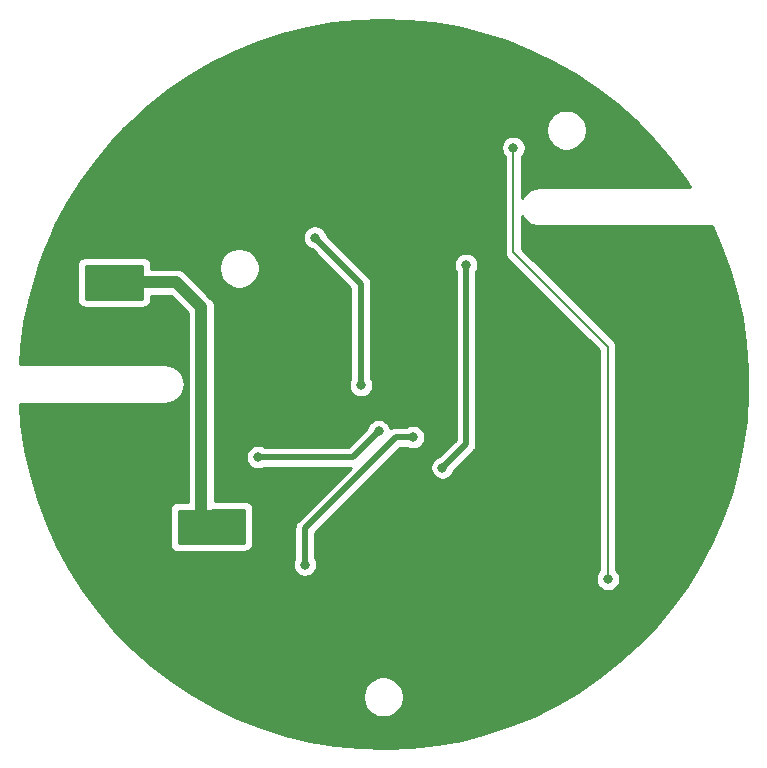
<source format=gbr>
G04 #@! TF.GenerationSoftware,KiCad,Pcbnew,5.1.5+dfsg1-2build2*
G04 #@! TF.CreationDate,2021-03-18T18:12:21+09:00*
G04 #@! TF.ProjectId,puck,7075636b-2e6b-4696-9361-645f70636258,rev?*
G04 #@! TF.SameCoordinates,Original*
G04 #@! TF.FileFunction,Copper,L2,Bot*
G04 #@! TF.FilePolarity,Positive*
%FSLAX46Y46*%
G04 Gerber Fmt 4.6, Leading zero omitted, Abs format (unit mm)*
G04 Created by KiCad (PCBNEW 5.1.5+dfsg1-2build2) date 2021-03-18 18:12:21*
%MOMM*%
%LPD*%
G04 APERTURE LIST*
%ADD10C,0.800000*%
%ADD11C,0.500000*%
%ADD12C,0.200000*%
%ADD13C,1.000000*%
%ADD14C,0.254000*%
G04 APERTURE END LIST*
D10*
X111550000Y-124900000D03*
X121750000Y-122700000D03*
X120250000Y-118800000D03*
X116350000Y-106300000D03*
X133150000Y-98700000D03*
X141150000Y-135200000D03*
X129150000Y-108619350D03*
X127150000Y-125774728D03*
X124650000Y-123200000D03*
X115500000Y-134000000D03*
X105350000Y-131500000D03*
X107500000Y-130000000D03*
X107500000Y-131500000D03*
X108500000Y-130750000D03*
X109500000Y-130000000D03*
X109500000Y-131500000D03*
X97350000Y-109100000D03*
X97350000Y-111100000D03*
X98350000Y-110100000D03*
X99350000Y-111100000D03*
X99350000Y-109100000D03*
X101350000Y-111100000D03*
X101350000Y-109100000D03*
X100350000Y-110100000D03*
X105350000Y-130000000D03*
X106450000Y-130800000D03*
X128650000Y-133700000D03*
X130650000Y-133700000D03*
X132650000Y-133700000D03*
X132650000Y-132200000D03*
X130650000Y-132200000D03*
X128650000Y-132200000D03*
X130650000Y-130700000D03*
X128650000Y-130700000D03*
X132650000Y-130700000D03*
X126150000Y-91450000D03*
X127650000Y-91450000D03*
X126900000Y-90200000D03*
X126150000Y-89200000D03*
X127650000Y-89200000D03*
X134400000Y-91200000D03*
X133150000Y-91200000D03*
X113150000Y-138700000D03*
X126150000Y-130700000D03*
X123650000Y-130700000D03*
X123650000Y-132700000D03*
X126150000Y-132700000D03*
X126150000Y-134700000D03*
X123650000Y-134700000D03*
X123650000Y-136700000D03*
X126150000Y-136700000D03*
X123650000Y-138700000D03*
X126150000Y-138700000D03*
X133150000Y-136700000D03*
X128150000Y-136700000D03*
X130650000Y-136700000D03*
X128150000Y-138700000D03*
X130650000Y-138700000D03*
X133150000Y-138700000D03*
X121150000Y-105200000D03*
X127650000Y-105200000D03*
X123150000Y-105200000D03*
X125650000Y-105200000D03*
X122150000Y-103700000D03*
X124650000Y-103700000D03*
X127150000Y-103700000D03*
X121150000Y-102200000D03*
X123150000Y-102200000D03*
X125650000Y-102200000D03*
X127650000Y-102200000D03*
X122150000Y-100700000D03*
X124650000Y-100700000D03*
X127150000Y-100700000D03*
X123150000Y-99200000D03*
X125650000Y-99200000D03*
X127650000Y-99200000D03*
X127150000Y-97700000D03*
X124650000Y-97700000D03*
X127650000Y-96200000D03*
X125650000Y-96200000D03*
X127150000Y-94700000D03*
X127650000Y-93200000D03*
X126150000Y-93200000D03*
X125650000Y-94700000D03*
X112400000Y-114250000D03*
X118650000Y-114250000D03*
X115650000Y-114250000D03*
X113900000Y-114250000D03*
X113950000Y-115600000D03*
X115650000Y-115700000D03*
X118650000Y-115700000D03*
X117150000Y-114250000D03*
X117150000Y-115700000D03*
X117150000Y-116950000D03*
X118650000Y-117200000D03*
D11*
X111550000Y-124900000D02*
X119550000Y-124900000D01*
X119550000Y-124900000D02*
X121750000Y-122700000D01*
X121750000Y-122700000D02*
X121750000Y-122700000D01*
X120250000Y-110200000D02*
X120250000Y-118800000D01*
X116350000Y-106300000D02*
X120250000Y-110200000D01*
D12*
X133150000Y-107550000D02*
X133150000Y-98700000D01*
X141150000Y-115550000D02*
X133150000Y-107550000D01*
X141150000Y-135200000D02*
X141150000Y-115550000D01*
D11*
X127549999Y-125374729D02*
X127150000Y-125774728D01*
X129150000Y-123774728D02*
X127549999Y-125374729D01*
X129150000Y-108619350D02*
X129150000Y-123774728D01*
X123225000Y-123200000D02*
X124650000Y-123200000D01*
X115500000Y-130925000D02*
X123225000Y-123200000D01*
X115500000Y-134000000D02*
X115500000Y-130925000D01*
D13*
X106750000Y-130500000D02*
X106450000Y-130800000D01*
X106750000Y-112221998D02*
X106750000Y-130500000D01*
X104628002Y-110100000D02*
X106750000Y-112221998D01*
X100350000Y-110100000D02*
X104628002Y-110100000D01*
D14*
G36*
X124204388Y-87928842D02*
G01*
X126345861Y-88147105D01*
X128466911Y-88514221D01*
X130557182Y-89028398D01*
X132606477Y-89687128D01*
X134604852Y-90487214D01*
X136542529Y-91424741D01*
X138410100Y-92495157D01*
X140198440Y-93693232D01*
X141898860Y-95013144D01*
X143503077Y-96448467D01*
X145003238Y-97992172D01*
X146392079Y-99636782D01*
X147663396Y-101375062D01*
X148084620Y-102040000D01*
X135335581Y-102040000D01*
X135302613Y-102043247D01*
X135289633Y-102043247D01*
X135280468Y-102044210D01*
X135086518Y-102065965D01*
X135028019Y-102078400D01*
X134969325Y-102090022D01*
X134960522Y-102092747D01*
X134774491Y-102151760D01*
X134719509Y-102175326D01*
X134664206Y-102198120D01*
X134656100Y-102202503D01*
X134485075Y-102296525D01*
X134435752Y-102330298D01*
X134385894Y-102363423D01*
X134378794Y-102369297D01*
X134229288Y-102494747D01*
X134187443Y-102537477D01*
X134144987Y-102579638D01*
X134139163Y-102586780D01*
X134016872Y-102738880D01*
X133984114Y-102788939D01*
X133950669Y-102838523D01*
X133946343Y-102846660D01*
X133885000Y-102963997D01*
X133885000Y-99428711D01*
X133953937Y-99359774D01*
X134067205Y-99190256D01*
X134145226Y-99001898D01*
X134185000Y-98801939D01*
X134185000Y-98598061D01*
X134145226Y-98398102D01*
X134067205Y-98209744D01*
X133953937Y-98040226D01*
X133809774Y-97896063D01*
X133640256Y-97782795D01*
X133451898Y-97704774D01*
X133251939Y-97665000D01*
X133048061Y-97665000D01*
X132848102Y-97704774D01*
X132659744Y-97782795D01*
X132490226Y-97896063D01*
X132346063Y-98040226D01*
X132232795Y-98209744D01*
X132154774Y-98398102D01*
X132115000Y-98598061D01*
X132115000Y-98801939D01*
X132154774Y-99001898D01*
X132232795Y-99190256D01*
X132346063Y-99359774D01*
X132415001Y-99428712D01*
X132415000Y-107513895D01*
X132411444Y-107550000D01*
X132425635Y-107694084D01*
X132467663Y-107832632D01*
X132535913Y-107960319D01*
X132627762Y-108072237D01*
X132655808Y-108095254D01*
X140415001Y-115854448D01*
X140415000Y-134471289D01*
X140346063Y-134540226D01*
X140232795Y-134709744D01*
X140154774Y-134898102D01*
X140115000Y-135098061D01*
X140115000Y-135301939D01*
X140154774Y-135501898D01*
X140232795Y-135690256D01*
X140346063Y-135859774D01*
X140490226Y-136003937D01*
X140659744Y-136117205D01*
X140848102Y-136195226D01*
X141048061Y-136235000D01*
X141251939Y-136235000D01*
X141451898Y-136195226D01*
X141640256Y-136117205D01*
X141809774Y-136003937D01*
X141953937Y-135859774D01*
X142067205Y-135690256D01*
X142145226Y-135501898D01*
X142185000Y-135301939D01*
X142185000Y-135098061D01*
X142145226Y-134898102D01*
X142067205Y-134709744D01*
X141953937Y-134540226D01*
X141885000Y-134471289D01*
X141885000Y-115586094D01*
X141888555Y-115549999D01*
X141885000Y-115513904D01*
X141885000Y-115513895D01*
X141874365Y-115405915D01*
X141832337Y-115267367D01*
X141764087Y-115139680D01*
X141672238Y-115027762D01*
X141644193Y-115004746D01*
X133885000Y-107245554D01*
X133885000Y-104437366D01*
X133958393Y-104573104D01*
X133991846Y-104622699D01*
X134024600Y-104672753D01*
X134030424Y-104679894D01*
X134154828Y-104830272D01*
X134197263Y-104872411D01*
X134239126Y-104915161D01*
X134246227Y-104921034D01*
X134397469Y-105044384D01*
X134447277Y-105077477D01*
X134496651Y-105111284D01*
X134504757Y-105115667D01*
X134677080Y-105207292D01*
X134732392Y-105230090D01*
X134787366Y-105253652D01*
X134796169Y-105256377D01*
X134983006Y-105312786D01*
X135041686Y-105324405D01*
X135100196Y-105336842D01*
X135109361Y-105337805D01*
X135303594Y-105356850D01*
X135303598Y-105356850D01*
X135335581Y-105360000D01*
X149942321Y-105360000D01*
X150664932Y-106953856D01*
X151414838Y-108971564D01*
X152022172Y-111036676D01*
X152483970Y-113139114D01*
X152797986Y-115268651D01*
X152962688Y-117414904D01*
X152977273Y-119567427D01*
X152841671Y-121715715D01*
X152556543Y-123849310D01*
X152123277Y-125957813D01*
X151543980Y-128030977D01*
X150821487Y-130058656D01*
X149959306Y-132031006D01*
X148961638Y-133938413D01*
X147833346Y-135771583D01*
X146579924Y-137521584D01*
X145207497Y-139179870D01*
X143722719Y-140738398D01*
X142132852Y-142189547D01*
X140445626Y-143526262D01*
X138669265Y-144742025D01*
X136812419Y-145830917D01*
X134884150Y-146787624D01*
X132893837Y-147607493D01*
X130851186Y-148286526D01*
X128766136Y-148821420D01*
X126648852Y-149209565D01*
X124509658Y-149449068D01*
X122358960Y-149538767D01*
X120207248Y-149478221D01*
X118065001Y-149267728D01*
X115942647Y-148908310D01*
X113850554Y-148401724D01*
X111798883Y-147750432D01*
X109797637Y-146957606D01*
X107856576Y-146027115D01*
X106100623Y-145029117D01*
X120415000Y-145029117D01*
X120415000Y-145370883D01*
X120481675Y-145706081D01*
X120612463Y-146021831D01*
X120802337Y-146305998D01*
X121044002Y-146547663D01*
X121328169Y-146737537D01*
X121643919Y-146868325D01*
X121979117Y-146935000D01*
X122320883Y-146935000D01*
X122656081Y-146868325D01*
X122971831Y-146737537D01*
X123255998Y-146547663D01*
X123497663Y-146305998D01*
X123687537Y-146021831D01*
X123818325Y-145706081D01*
X123885000Y-145370883D01*
X123885000Y-145029117D01*
X123818325Y-144693919D01*
X123687537Y-144378169D01*
X123497663Y-144094002D01*
X123255998Y-143852337D01*
X122971831Y-143662463D01*
X122656081Y-143531675D01*
X122320883Y-143465000D01*
X121979117Y-143465000D01*
X121643919Y-143531675D01*
X121328169Y-143662463D01*
X121044002Y-143852337D01*
X120802337Y-144094002D01*
X120612463Y-144378169D01*
X120481675Y-144693919D01*
X120415000Y-145029117D01*
X106100623Y-145029117D01*
X105985150Y-144963488D01*
X104192477Y-143771908D01*
X102487289Y-142458178D01*
X100877904Y-141028706D01*
X99372150Y-139490449D01*
X97977365Y-137850899D01*
X96700356Y-136118060D01*
X95547326Y-134300352D01*
X94523897Y-132406627D01*
X93635073Y-130446156D01*
X92885163Y-128428440D01*
X92277830Y-126363335D01*
X91816030Y-124260884D01*
X91502013Y-122131336D01*
X91366082Y-120360000D01*
X103698419Y-120360000D01*
X103731387Y-120356753D01*
X103744367Y-120356753D01*
X103753532Y-120355790D01*
X103947481Y-120334035D01*
X104005966Y-120321603D01*
X104064676Y-120309978D01*
X104073479Y-120307253D01*
X104259509Y-120248240D01*
X104314519Y-120224662D01*
X104369794Y-120201880D01*
X104377900Y-120197497D01*
X104548925Y-120103475D01*
X104598264Y-120069692D01*
X104648106Y-120036577D01*
X104655206Y-120030703D01*
X104804712Y-119905253D01*
X104846557Y-119862523D01*
X104889013Y-119820362D01*
X104894837Y-119813220D01*
X105017128Y-119661121D01*
X105049887Y-119611059D01*
X105083331Y-119561477D01*
X105087657Y-119553340D01*
X105178077Y-119380385D01*
X105200475Y-119324947D01*
X105223669Y-119269772D01*
X105226332Y-119260950D01*
X105281435Y-119073725D01*
X105292633Y-119015017D01*
X105304672Y-118956372D01*
X105305570Y-118947201D01*
X105323259Y-118752839D01*
X105322842Y-118693057D01*
X105323260Y-118633199D01*
X105322360Y-118624028D01*
X105301959Y-118429931D01*
X105289934Y-118371348D01*
X105278723Y-118312577D01*
X105276059Y-118303755D01*
X105218347Y-118117317D01*
X105195162Y-118062162D01*
X105172758Y-118006709D01*
X105168432Y-117998573D01*
X105075607Y-117826896D01*
X105042139Y-117777278D01*
X105009400Y-117727247D01*
X105003576Y-117720106D01*
X104879172Y-117569728D01*
X104836737Y-117527589D01*
X104794874Y-117484839D01*
X104787773Y-117478966D01*
X104636531Y-117355616D01*
X104586738Y-117322534D01*
X104537349Y-117288716D01*
X104529243Y-117284333D01*
X104356921Y-117192708D01*
X104301606Y-117169909D01*
X104246634Y-117146348D01*
X104237831Y-117143623D01*
X104050995Y-117087214D01*
X103992307Y-117075594D01*
X103933804Y-117063158D01*
X103924639Y-117062195D01*
X103730405Y-117043150D01*
X103730402Y-117043150D01*
X103698419Y-117040000D01*
X91371341Y-117040000D01*
X91469285Y-115572969D01*
X91762152Y-113440403D01*
X92203065Y-111333469D01*
X92789876Y-109262428D01*
X93028620Y-108600000D01*
X96223755Y-108600000D01*
X96223755Y-111600000D01*
X96235956Y-111723882D01*
X96272091Y-111843004D01*
X96330772Y-111952787D01*
X96409742Y-112049013D01*
X96505968Y-112127983D01*
X96615751Y-112186664D01*
X96734873Y-112222799D01*
X96858755Y-112235000D01*
X101858755Y-112235000D01*
X101982637Y-112222799D01*
X102101759Y-112186664D01*
X102211542Y-112127983D01*
X102307768Y-112049013D01*
X102386738Y-111952787D01*
X102445419Y-111843004D01*
X102481554Y-111723882D01*
X102493755Y-111600000D01*
X102493755Y-111235000D01*
X104157871Y-111235000D01*
X105615000Y-112692130D01*
X105615001Y-128657089D01*
X104694526Y-128665024D01*
X104576118Y-128677201D01*
X104456996Y-128713336D01*
X104347213Y-128772017D01*
X104250987Y-128850987D01*
X104172017Y-128947213D01*
X104113336Y-129056996D01*
X104077201Y-129176118D01*
X104065000Y-129300000D01*
X104065000Y-132300000D01*
X104078292Y-132429247D01*
X104115453Y-132548052D01*
X104175078Y-132657325D01*
X104254875Y-132752867D01*
X104351777Y-132831005D01*
X104462062Y-132888736D01*
X104581491Y-132923843D01*
X104705474Y-132934976D01*
X110505474Y-132884976D01*
X110623882Y-132872799D01*
X110743004Y-132836664D01*
X110852787Y-132777983D01*
X110949013Y-132699013D01*
X111027983Y-132602787D01*
X111086664Y-132493004D01*
X111122799Y-132373882D01*
X111135000Y-132250000D01*
X111135000Y-129250000D01*
X111121708Y-129120753D01*
X111084547Y-129001948D01*
X111024922Y-128892675D01*
X110945125Y-128797133D01*
X110848223Y-128718995D01*
X110737938Y-128661264D01*
X110618509Y-128626157D01*
X110494526Y-128615024D01*
X107885000Y-128637520D01*
X107885000Y-124798061D01*
X110515000Y-124798061D01*
X110515000Y-125001939D01*
X110554774Y-125201898D01*
X110632795Y-125390256D01*
X110746063Y-125559774D01*
X110890226Y-125703937D01*
X111059744Y-125817205D01*
X111248102Y-125895226D01*
X111448061Y-125935000D01*
X111651939Y-125935000D01*
X111851898Y-125895226D01*
X112040256Y-125817205D01*
X112088454Y-125785000D01*
X119388421Y-125785000D01*
X114904952Y-130268470D01*
X114871184Y-130296183D01*
X114843471Y-130329951D01*
X114843468Y-130329954D01*
X114760590Y-130430941D01*
X114678412Y-130584687D01*
X114627805Y-130751510D01*
X114610719Y-130925000D01*
X114615001Y-130968479D01*
X114615000Y-133461545D01*
X114582795Y-133509744D01*
X114504774Y-133698102D01*
X114465000Y-133898061D01*
X114465000Y-134101939D01*
X114504774Y-134301898D01*
X114582795Y-134490256D01*
X114696063Y-134659774D01*
X114840226Y-134803937D01*
X115009744Y-134917205D01*
X115198102Y-134995226D01*
X115398061Y-135035000D01*
X115601939Y-135035000D01*
X115801898Y-134995226D01*
X115990256Y-134917205D01*
X116159774Y-134803937D01*
X116303937Y-134659774D01*
X116417205Y-134490256D01*
X116495226Y-134301898D01*
X116535000Y-134101939D01*
X116535000Y-133898061D01*
X116495226Y-133698102D01*
X116417205Y-133509744D01*
X116385000Y-133461546D01*
X116385000Y-131291578D01*
X122003789Y-125672789D01*
X126115000Y-125672789D01*
X126115000Y-125876667D01*
X126154774Y-126076626D01*
X126232795Y-126264984D01*
X126346063Y-126434502D01*
X126490226Y-126578665D01*
X126659744Y-126691933D01*
X126848102Y-126769954D01*
X127048061Y-126809728D01*
X127251939Y-126809728D01*
X127451898Y-126769954D01*
X127640256Y-126691933D01*
X127809774Y-126578665D01*
X127953937Y-126434502D01*
X128067205Y-126264984D01*
X128145226Y-126076626D01*
X128156535Y-126019771D01*
X128206531Y-125969775D01*
X129745049Y-124431258D01*
X129778817Y-124403545D01*
X129839614Y-124329465D01*
X129885649Y-124273371D01*
X129889411Y-124268787D01*
X129971589Y-124115041D01*
X130022195Y-123948218D01*
X130035000Y-123818205D01*
X130035000Y-123818195D01*
X130039281Y-123774729D01*
X130035000Y-123731263D01*
X130035000Y-109157804D01*
X130067205Y-109109606D01*
X130145226Y-108921248D01*
X130185000Y-108721289D01*
X130185000Y-108517411D01*
X130145226Y-108317452D01*
X130067205Y-108129094D01*
X129953937Y-107959576D01*
X129809774Y-107815413D01*
X129640256Y-107702145D01*
X129451898Y-107624124D01*
X129251939Y-107584350D01*
X129048061Y-107584350D01*
X128848102Y-107624124D01*
X128659744Y-107702145D01*
X128490226Y-107815413D01*
X128346063Y-107959576D01*
X128232795Y-108129094D01*
X128154774Y-108317452D01*
X128115000Y-108517411D01*
X128115000Y-108721289D01*
X128154774Y-108921248D01*
X128232795Y-109109606D01*
X128265000Y-109157804D01*
X128265001Y-123408148D01*
X126954953Y-124718197D01*
X126904957Y-124768193D01*
X126848102Y-124779502D01*
X126659744Y-124857523D01*
X126490226Y-124970791D01*
X126346063Y-125114954D01*
X126232795Y-125284472D01*
X126154774Y-125472830D01*
X126115000Y-125672789D01*
X122003789Y-125672789D01*
X123591579Y-124085000D01*
X124111546Y-124085000D01*
X124159744Y-124117205D01*
X124348102Y-124195226D01*
X124548061Y-124235000D01*
X124751939Y-124235000D01*
X124951898Y-124195226D01*
X125140256Y-124117205D01*
X125309774Y-124003937D01*
X125453937Y-123859774D01*
X125567205Y-123690256D01*
X125645226Y-123501898D01*
X125685000Y-123301939D01*
X125685000Y-123098061D01*
X125645226Y-122898102D01*
X125567205Y-122709744D01*
X125453937Y-122540226D01*
X125309774Y-122396063D01*
X125140256Y-122282795D01*
X124951898Y-122204774D01*
X124751939Y-122165000D01*
X124548061Y-122165000D01*
X124348102Y-122204774D01*
X124159744Y-122282795D01*
X124111546Y-122315000D01*
X123268469Y-122315000D01*
X123225000Y-122310719D01*
X123181531Y-122315000D01*
X123181523Y-122315000D01*
X123051510Y-122327805D01*
X122884687Y-122378411D01*
X122769403Y-122440031D01*
X122755088Y-122447682D01*
X122745226Y-122398102D01*
X122667205Y-122209744D01*
X122553937Y-122040226D01*
X122409774Y-121896063D01*
X122240256Y-121782795D01*
X122051898Y-121704774D01*
X121851939Y-121665000D01*
X121648061Y-121665000D01*
X121448102Y-121704774D01*
X121259744Y-121782795D01*
X121090226Y-121896063D01*
X120946063Y-122040226D01*
X120832795Y-122209744D01*
X120754774Y-122398102D01*
X120743465Y-122454956D01*
X119183422Y-124015000D01*
X112088454Y-124015000D01*
X112040256Y-123982795D01*
X111851898Y-123904774D01*
X111651939Y-123865000D01*
X111448061Y-123865000D01*
X111248102Y-123904774D01*
X111059744Y-123982795D01*
X110890226Y-124096063D01*
X110746063Y-124240226D01*
X110632795Y-124409744D01*
X110554774Y-124598102D01*
X110515000Y-124798061D01*
X107885000Y-124798061D01*
X107885000Y-112277739D01*
X107890490Y-112221997D01*
X107885000Y-112166255D01*
X107885000Y-112166246D01*
X107868577Y-111999499D01*
X107803676Y-111785551D01*
X107698284Y-111588375D01*
X107556449Y-111415549D01*
X107513141Y-111380007D01*
X105469998Y-109336865D01*
X105434451Y-109293551D01*
X105261625Y-109151716D01*
X105064449Y-109046324D01*
X104850501Y-108981423D01*
X104683754Y-108965000D01*
X104683753Y-108965000D01*
X104628002Y-108959509D01*
X104572251Y-108965000D01*
X102493755Y-108965000D01*
X102493755Y-108729117D01*
X108215000Y-108729117D01*
X108215000Y-109070883D01*
X108281675Y-109406081D01*
X108412463Y-109721831D01*
X108602337Y-110005998D01*
X108844002Y-110247663D01*
X109128169Y-110437537D01*
X109443919Y-110568325D01*
X109779117Y-110635000D01*
X110120883Y-110635000D01*
X110456081Y-110568325D01*
X110771831Y-110437537D01*
X111055998Y-110247663D01*
X111297663Y-110005998D01*
X111487537Y-109721831D01*
X111618325Y-109406081D01*
X111685000Y-109070883D01*
X111685000Y-108729117D01*
X111618325Y-108393919D01*
X111487537Y-108078169D01*
X111297663Y-107794002D01*
X111055998Y-107552337D01*
X110771831Y-107362463D01*
X110456081Y-107231675D01*
X110120883Y-107165000D01*
X109779117Y-107165000D01*
X109443919Y-107231675D01*
X109128169Y-107362463D01*
X108844002Y-107552337D01*
X108602337Y-107794002D01*
X108412463Y-108078169D01*
X108281675Y-108393919D01*
X108215000Y-108729117D01*
X102493755Y-108729117D01*
X102493755Y-108600000D01*
X102481554Y-108476118D01*
X102445419Y-108356996D01*
X102386738Y-108247213D01*
X102307768Y-108150987D01*
X102211542Y-108072017D01*
X102101759Y-108013336D01*
X101982637Y-107977201D01*
X101858755Y-107965000D01*
X96858755Y-107965000D01*
X96734873Y-107977201D01*
X96615751Y-108013336D01*
X96505968Y-108072017D01*
X96409742Y-108150987D01*
X96330772Y-108247213D01*
X96272091Y-108356996D01*
X96235956Y-108476118D01*
X96223755Y-108600000D01*
X93028620Y-108600000D01*
X93519733Y-107237347D01*
X93978536Y-106198061D01*
X115315000Y-106198061D01*
X115315000Y-106401939D01*
X115354774Y-106601898D01*
X115432795Y-106790256D01*
X115546063Y-106959774D01*
X115690226Y-107103937D01*
X115859744Y-107217205D01*
X116048102Y-107295226D01*
X116104957Y-107306535D01*
X119365000Y-110566579D01*
X119365001Y-118261544D01*
X119332795Y-118309744D01*
X119254774Y-118498102D01*
X119215000Y-118698061D01*
X119215000Y-118901939D01*
X119254774Y-119101898D01*
X119332795Y-119290256D01*
X119446063Y-119459774D01*
X119590226Y-119603937D01*
X119759744Y-119717205D01*
X119948102Y-119795226D01*
X120148061Y-119835000D01*
X120351939Y-119835000D01*
X120551898Y-119795226D01*
X120740256Y-119717205D01*
X120909774Y-119603937D01*
X121053937Y-119459774D01*
X121167205Y-119290256D01*
X121245226Y-119101898D01*
X121285000Y-118901939D01*
X121285000Y-118698061D01*
X121245226Y-118498102D01*
X121167205Y-118309744D01*
X121135000Y-118261546D01*
X121135000Y-110243469D01*
X121139281Y-110200000D01*
X121135000Y-110156531D01*
X121135000Y-110156523D01*
X121122195Y-110026510D01*
X121071589Y-109859687D01*
X120989411Y-109705941D01*
X120962411Y-109673042D01*
X120906532Y-109604953D01*
X120906530Y-109604951D01*
X120878817Y-109571183D01*
X120845050Y-109543472D01*
X117356535Y-106054957D01*
X117345226Y-105998102D01*
X117267205Y-105809744D01*
X117153937Y-105640226D01*
X117009774Y-105496063D01*
X116840256Y-105382795D01*
X116651898Y-105304774D01*
X116451939Y-105265000D01*
X116248061Y-105265000D01*
X116048102Y-105304774D01*
X115859744Y-105382795D01*
X115690226Y-105496063D01*
X115546063Y-105640226D01*
X115432795Y-105809744D01*
X115354774Y-105998102D01*
X115315000Y-106198061D01*
X93978536Y-106198061D01*
X94389063Y-105268133D01*
X95393650Y-103364344D01*
X96528585Y-101535276D01*
X97788347Y-99789831D01*
X99166812Y-98136495D01*
X100229477Y-97029117D01*
X135915000Y-97029117D01*
X135915000Y-97370883D01*
X135981675Y-97706081D01*
X136112463Y-98021831D01*
X136302337Y-98305998D01*
X136544002Y-98547663D01*
X136828169Y-98737537D01*
X137143919Y-98868325D01*
X137479117Y-98935000D01*
X137820883Y-98935000D01*
X138156081Y-98868325D01*
X138471831Y-98737537D01*
X138755998Y-98547663D01*
X138997663Y-98305998D01*
X139187537Y-98021831D01*
X139318325Y-97706081D01*
X139385000Y-97370883D01*
X139385000Y-97029117D01*
X139318325Y-96693919D01*
X139187537Y-96378169D01*
X138997663Y-96094002D01*
X138755998Y-95852337D01*
X138471831Y-95662463D01*
X138156081Y-95531675D01*
X137820883Y-95465000D01*
X137479117Y-95465000D01*
X137143919Y-95531675D01*
X136828169Y-95662463D01*
X136544002Y-95852337D01*
X136302337Y-96094002D01*
X136112463Y-96378169D01*
X135981675Y-96693919D01*
X135915000Y-97029117D01*
X100229477Y-97029117D01*
X100657226Y-96583370D01*
X102252360Y-95137985D01*
X103944431Y-93807392D01*
X105725196Y-92598075D01*
X107585992Y-91515918D01*
X109517731Y-90566205D01*
X111511018Y-89753555D01*
X113556135Y-89081929D01*
X115643117Y-88554600D01*
X117761808Y-88174136D01*
X119901877Y-87942390D01*
X122052894Y-87860493D01*
X124204388Y-87928842D01*
G37*
X124204388Y-87928842D02*
X126345861Y-88147105D01*
X128466911Y-88514221D01*
X130557182Y-89028398D01*
X132606477Y-89687128D01*
X134604852Y-90487214D01*
X136542529Y-91424741D01*
X138410100Y-92495157D01*
X140198440Y-93693232D01*
X141898860Y-95013144D01*
X143503077Y-96448467D01*
X145003238Y-97992172D01*
X146392079Y-99636782D01*
X147663396Y-101375062D01*
X148084620Y-102040000D01*
X135335581Y-102040000D01*
X135302613Y-102043247D01*
X135289633Y-102043247D01*
X135280468Y-102044210D01*
X135086518Y-102065965D01*
X135028019Y-102078400D01*
X134969325Y-102090022D01*
X134960522Y-102092747D01*
X134774491Y-102151760D01*
X134719509Y-102175326D01*
X134664206Y-102198120D01*
X134656100Y-102202503D01*
X134485075Y-102296525D01*
X134435752Y-102330298D01*
X134385894Y-102363423D01*
X134378794Y-102369297D01*
X134229288Y-102494747D01*
X134187443Y-102537477D01*
X134144987Y-102579638D01*
X134139163Y-102586780D01*
X134016872Y-102738880D01*
X133984114Y-102788939D01*
X133950669Y-102838523D01*
X133946343Y-102846660D01*
X133885000Y-102963997D01*
X133885000Y-99428711D01*
X133953937Y-99359774D01*
X134067205Y-99190256D01*
X134145226Y-99001898D01*
X134185000Y-98801939D01*
X134185000Y-98598061D01*
X134145226Y-98398102D01*
X134067205Y-98209744D01*
X133953937Y-98040226D01*
X133809774Y-97896063D01*
X133640256Y-97782795D01*
X133451898Y-97704774D01*
X133251939Y-97665000D01*
X133048061Y-97665000D01*
X132848102Y-97704774D01*
X132659744Y-97782795D01*
X132490226Y-97896063D01*
X132346063Y-98040226D01*
X132232795Y-98209744D01*
X132154774Y-98398102D01*
X132115000Y-98598061D01*
X132115000Y-98801939D01*
X132154774Y-99001898D01*
X132232795Y-99190256D01*
X132346063Y-99359774D01*
X132415001Y-99428712D01*
X132415000Y-107513895D01*
X132411444Y-107550000D01*
X132425635Y-107694084D01*
X132467663Y-107832632D01*
X132535913Y-107960319D01*
X132627762Y-108072237D01*
X132655808Y-108095254D01*
X140415001Y-115854448D01*
X140415000Y-134471289D01*
X140346063Y-134540226D01*
X140232795Y-134709744D01*
X140154774Y-134898102D01*
X140115000Y-135098061D01*
X140115000Y-135301939D01*
X140154774Y-135501898D01*
X140232795Y-135690256D01*
X140346063Y-135859774D01*
X140490226Y-136003937D01*
X140659744Y-136117205D01*
X140848102Y-136195226D01*
X141048061Y-136235000D01*
X141251939Y-136235000D01*
X141451898Y-136195226D01*
X141640256Y-136117205D01*
X141809774Y-136003937D01*
X141953937Y-135859774D01*
X142067205Y-135690256D01*
X142145226Y-135501898D01*
X142185000Y-135301939D01*
X142185000Y-135098061D01*
X142145226Y-134898102D01*
X142067205Y-134709744D01*
X141953937Y-134540226D01*
X141885000Y-134471289D01*
X141885000Y-115586094D01*
X141888555Y-115549999D01*
X141885000Y-115513904D01*
X141885000Y-115513895D01*
X141874365Y-115405915D01*
X141832337Y-115267367D01*
X141764087Y-115139680D01*
X141672238Y-115027762D01*
X141644193Y-115004746D01*
X133885000Y-107245554D01*
X133885000Y-104437366D01*
X133958393Y-104573104D01*
X133991846Y-104622699D01*
X134024600Y-104672753D01*
X134030424Y-104679894D01*
X134154828Y-104830272D01*
X134197263Y-104872411D01*
X134239126Y-104915161D01*
X134246227Y-104921034D01*
X134397469Y-105044384D01*
X134447277Y-105077477D01*
X134496651Y-105111284D01*
X134504757Y-105115667D01*
X134677080Y-105207292D01*
X134732392Y-105230090D01*
X134787366Y-105253652D01*
X134796169Y-105256377D01*
X134983006Y-105312786D01*
X135041686Y-105324405D01*
X135100196Y-105336842D01*
X135109361Y-105337805D01*
X135303594Y-105356850D01*
X135303598Y-105356850D01*
X135335581Y-105360000D01*
X149942321Y-105360000D01*
X150664932Y-106953856D01*
X151414838Y-108971564D01*
X152022172Y-111036676D01*
X152483970Y-113139114D01*
X152797986Y-115268651D01*
X152962688Y-117414904D01*
X152977273Y-119567427D01*
X152841671Y-121715715D01*
X152556543Y-123849310D01*
X152123277Y-125957813D01*
X151543980Y-128030977D01*
X150821487Y-130058656D01*
X149959306Y-132031006D01*
X148961638Y-133938413D01*
X147833346Y-135771583D01*
X146579924Y-137521584D01*
X145207497Y-139179870D01*
X143722719Y-140738398D01*
X142132852Y-142189547D01*
X140445626Y-143526262D01*
X138669265Y-144742025D01*
X136812419Y-145830917D01*
X134884150Y-146787624D01*
X132893837Y-147607493D01*
X130851186Y-148286526D01*
X128766136Y-148821420D01*
X126648852Y-149209565D01*
X124509658Y-149449068D01*
X122358960Y-149538767D01*
X120207248Y-149478221D01*
X118065001Y-149267728D01*
X115942647Y-148908310D01*
X113850554Y-148401724D01*
X111798883Y-147750432D01*
X109797637Y-146957606D01*
X107856576Y-146027115D01*
X106100623Y-145029117D01*
X120415000Y-145029117D01*
X120415000Y-145370883D01*
X120481675Y-145706081D01*
X120612463Y-146021831D01*
X120802337Y-146305998D01*
X121044002Y-146547663D01*
X121328169Y-146737537D01*
X121643919Y-146868325D01*
X121979117Y-146935000D01*
X122320883Y-146935000D01*
X122656081Y-146868325D01*
X122971831Y-146737537D01*
X123255998Y-146547663D01*
X123497663Y-146305998D01*
X123687537Y-146021831D01*
X123818325Y-145706081D01*
X123885000Y-145370883D01*
X123885000Y-145029117D01*
X123818325Y-144693919D01*
X123687537Y-144378169D01*
X123497663Y-144094002D01*
X123255998Y-143852337D01*
X122971831Y-143662463D01*
X122656081Y-143531675D01*
X122320883Y-143465000D01*
X121979117Y-143465000D01*
X121643919Y-143531675D01*
X121328169Y-143662463D01*
X121044002Y-143852337D01*
X120802337Y-144094002D01*
X120612463Y-144378169D01*
X120481675Y-144693919D01*
X120415000Y-145029117D01*
X106100623Y-145029117D01*
X105985150Y-144963488D01*
X104192477Y-143771908D01*
X102487289Y-142458178D01*
X100877904Y-141028706D01*
X99372150Y-139490449D01*
X97977365Y-137850899D01*
X96700356Y-136118060D01*
X95547326Y-134300352D01*
X94523897Y-132406627D01*
X93635073Y-130446156D01*
X92885163Y-128428440D01*
X92277830Y-126363335D01*
X91816030Y-124260884D01*
X91502013Y-122131336D01*
X91366082Y-120360000D01*
X103698419Y-120360000D01*
X103731387Y-120356753D01*
X103744367Y-120356753D01*
X103753532Y-120355790D01*
X103947481Y-120334035D01*
X104005966Y-120321603D01*
X104064676Y-120309978D01*
X104073479Y-120307253D01*
X104259509Y-120248240D01*
X104314519Y-120224662D01*
X104369794Y-120201880D01*
X104377900Y-120197497D01*
X104548925Y-120103475D01*
X104598264Y-120069692D01*
X104648106Y-120036577D01*
X104655206Y-120030703D01*
X104804712Y-119905253D01*
X104846557Y-119862523D01*
X104889013Y-119820362D01*
X104894837Y-119813220D01*
X105017128Y-119661121D01*
X105049887Y-119611059D01*
X105083331Y-119561477D01*
X105087657Y-119553340D01*
X105178077Y-119380385D01*
X105200475Y-119324947D01*
X105223669Y-119269772D01*
X105226332Y-119260950D01*
X105281435Y-119073725D01*
X105292633Y-119015017D01*
X105304672Y-118956372D01*
X105305570Y-118947201D01*
X105323259Y-118752839D01*
X105322842Y-118693057D01*
X105323260Y-118633199D01*
X105322360Y-118624028D01*
X105301959Y-118429931D01*
X105289934Y-118371348D01*
X105278723Y-118312577D01*
X105276059Y-118303755D01*
X105218347Y-118117317D01*
X105195162Y-118062162D01*
X105172758Y-118006709D01*
X105168432Y-117998573D01*
X105075607Y-117826896D01*
X105042139Y-117777278D01*
X105009400Y-117727247D01*
X105003576Y-117720106D01*
X104879172Y-117569728D01*
X104836737Y-117527589D01*
X104794874Y-117484839D01*
X104787773Y-117478966D01*
X104636531Y-117355616D01*
X104586738Y-117322534D01*
X104537349Y-117288716D01*
X104529243Y-117284333D01*
X104356921Y-117192708D01*
X104301606Y-117169909D01*
X104246634Y-117146348D01*
X104237831Y-117143623D01*
X104050995Y-117087214D01*
X103992307Y-117075594D01*
X103933804Y-117063158D01*
X103924639Y-117062195D01*
X103730405Y-117043150D01*
X103730402Y-117043150D01*
X103698419Y-117040000D01*
X91371341Y-117040000D01*
X91469285Y-115572969D01*
X91762152Y-113440403D01*
X92203065Y-111333469D01*
X92789876Y-109262428D01*
X93028620Y-108600000D01*
X96223755Y-108600000D01*
X96223755Y-111600000D01*
X96235956Y-111723882D01*
X96272091Y-111843004D01*
X96330772Y-111952787D01*
X96409742Y-112049013D01*
X96505968Y-112127983D01*
X96615751Y-112186664D01*
X96734873Y-112222799D01*
X96858755Y-112235000D01*
X101858755Y-112235000D01*
X101982637Y-112222799D01*
X102101759Y-112186664D01*
X102211542Y-112127983D01*
X102307768Y-112049013D01*
X102386738Y-111952787D01*
X102445419Y-111843004D01*
X102481554Y-111723882D01*
X102493755Y-111600000D01*
X102493755Y-111235000D01*
X104157871Y-111235000D01*
X105615000Y-112692130D01*
X105615001Y-128657089D01*
X104694526Y-128665024D01*
X104576118Y-128677201D01*
X104456996Y-128713336D01*
X104347213Y-128772017D01*
X104250987Y-128850987D01*
X104172017Y-128947213D01*
X104113336Y-129056996D01*
X104077201Y-129176118D01*
X104065000Y-129300000D01*
X104065000Y-132300000D01*
X104078292Y-132429247D01*
X104115453Y-132548052D01*
X104175078Y-132657325D01*
X104254875Y-132752867D01*
X104351777Y-132831005D01*
X104462062Y-132888736D01*
X104581491Y-132923843D01*
X104705474Y-132934976D01*
X110505474Y-132884976D01*
X110623882Y-132872799D01*
X110743004Y-132836664D01*
X110852787Y-132777983D01*
X110949013Y-132699013D01*
X111027983Y-132602787D01*
X111086664Y-132493004D01*
X111122799Y-132373882D01*
X111135000Y-132250000D01*
X111135000Y-129250000D01*
X111121708Y-129120753D01*
X111084547Y-129001948D01*
X111024922Y-128892675D01*
X110945125Y-128797133D01*
X110848223Y-128718995D01*
X110737938Y-128661264D01*
X110618509Y-128626157D01*
X110494526Y-128615024D01*
X107885000Y-128637520D01*
X107885000Y-124798061D01*
X110515000Y-124798061D01*
X110515000Y-125001939D01*
X110554774Y-125201898D01*
X110632795Y-125390256D01*
X110746063Y-125559774D01*
X110890226Y-125703937D01*
X111059744Y-125817205D01*
X111248102Y-125895226D01*
X111448061Y-125935000D01*
X111651939Y-125935000D01*
X111851898Y-125895226D01*
X112040256Y-125817205D01*
X112088454Y-125785000D01*
X119388421Y-125785000D01*
X114904952Y-130268470D01*
X114871184Y-130296183D01*
X114843471Y-130329951D01*
X114843468Y-130329954D01*
X114760590Y-130430941D01*
X114678412Y-130584687D01*
X114627805Y-130751510D01*
X114610719Y-130925000D01*
X114615001Y-130968479D01*
X114615000Y-133461545D01*
X114582795Y-133509744D01*
X114504774Y-133698102D01*
X114465000Y-133898061D01*
X114465000Y-134101939D01*
X114504774Y-134301898D01*
X114582795Y-134490256D01*
X114696063Y-134659774D01*
X114840226Y-134803937D01*
X115009744Y-134917205D01*
X115198102Y-134995226D01*
X115398061Y-135035000D01*
X115601939Y-135035000D01*
X115801898Y-134995226D01*
X115990256Y-134917205D01*
X116159774Y-134803937D01*
X116303937Y-134659774D01*
X116417205Y-134490256D01*
X116495226Y-134301898D01*
X116535000Y-134101939D01*
X116535000Y-133898061D01*
X116495226Y-133698102D01*
X116417205Y-133509744D01*
X116385000Y-133461546D01*
X116385000Y-131291578D01*
X122003789Y-125672789D01*
X126115000Y-125672789D01*
X126115000Y-125876667D01*
X126154774Y-126076626D01*
X126232795Y-126264984D01*
X126346063Y-126434502D01*
X126490226Y-126578665D01*
X126659744Y-126691933D01*
X126848102Y-126769954D01*
X127048061Y-126809728D01*
X127251939Y-126809728D01*
X127451898Y-126769954D01*
X127640256Y-126691933D01*
X127809774Y-126578665D01*
X127953937Y-126434502D01*
X128067205Y-126264984D01*
X128145226Y-126076626D01*
X128156535Y-126019771D01*
X128206531Y-125969775D01*
X129745049Y-124431258D01*
X129778817Y-124403545D01*
X129839614Y-124329465D01*
X129885649Y-124273371D01*
X129889411Y-124268787D01*
X129971589Y-124115041D01*
X130022195Y-123948218D01*
X130035000Y-123818205D01*
X130035000Y-123818195D01*
X130039281Y-123774729D01*
X130035000Y-123731263D01*
X130035000Y-109157804D01*
X130067205Y-109109606D01*
X130145226Y-108921248D01*
X130185000Y-108721289D01*
X130185000Y-108517411D01*
X130145226Y-108317452D01*
X130067205Y-108129094D01*
X129953937Y-107959576D01*
X129809774Y-107815413D01*
X129640256Y-107702145D01*
X129451898Y-107624124D01*
X129251939Y-107584350D01*
X129048061Y-107584350D01*
X128848102Y-107624124D01*
X128659744Y-107702145D01*
X128490226Y-107815413D01*
X128346063Y-107959576D01*
X128232795Y-108129094D01*
X128154774Y-108317452D01*
X128115000Y-108517411D01*
X128115000Y-108721289D01*
X128154774Y-108921248D01*
X128232795Y-109109606D01*
X128265000Y-109157804D01*
X128265001Y-123408148D01*
X126954953Y-124718197D01*
X126904957Y-124768193D01*
X126848102Y-124779502D01*
X126659744Y-124857523D01*
X126490226Y-124970791D01*
X126346063Y-125114954D01*
X126232795Y-125284472D01*
X126154774Y-125472830D01*
X126115000Y-125672789D01*
X122003789Y-125672789D01*
X123591579Y-124085000D01*
X124111546Y-124085000D01*
X124159744Y-124117205D01*
X124348102Y-124195226D01*
X124548061Y-124235000D01*
X124751939Y-124235000D01*
X124951898Y-124195226D01*
X125140256Y-124117205D01*
X125309774Y-124003937D01*
X125453937Y-123859774D01*
X125567205Y-123690256D01*
X125645226Y-123501898D01*
X125685000Y-123301939D01*
X125685000Y-123098061D01*
X125645226Y-122898102D01*
X125567205Y-122709744D01*
X125453937Y-122540226D01*
X125309774Y-122396063D01*
X125140256Y-122282795D01*
X124951898Y-122204774D01*
X124751939Y-122165000D01*
X124548061Y-122165000D01*
X124348102Y-122204774D01*
X124159744Y-122282795D01*
X124111546Y-122315000D01*
X123268469Y-122315000D01*
X123225000Y-122310719D01*
X123181531Y-122315000D01*
X123181523Y-122315000D01*
X123051510Y-122327805D01*
X122884687Y-122378411D01*
X122769403Y-122440031D01*
X122755088Y-122447682D01*
X122745226Y-122398102D01*
X122667205Y-122209744D01*
X122553937Y-122040226D01*
X122409774Y-121896063D01*
X122240256Y-121782795D01*
X122051898Y-121704774D01*
X121851939Y-121665000D01*
X121648061Y-121665000D01*
X121448102Y-121704774D01*
X121259744Y-121782795D01*
X121090226Y-121896063D01*
X120946063Y-122040226D01*
X120832795Y-122209744D01*
X120754774Y-122398102D01*
X120743465Y-122454956D01*
X119183422Y-124015000D01*
X112088454Y-124015000D01*
X112040256Y-123982795D01*
X111851898Y-123904774D01*
X111651939Y-123865000D01*
X111448061Y-123865000D01*
X111248102Y-123904774D01*
X111059744Y-123982795D01*
X110890226Y-124096063D01*
X110746063Y-124240226D01*
X110632795Y-124409744D01*
X110554774Y-124598102D01*
X110515000Y-124798061D01*
X107885000Y-124798061D01*
X107885000Y-112277739D01*
X107890490Y-112221997D01*
X107885000Y-112166255D01*
X107885000Y-112166246D01*
X107868577Y-111999499D01*
X107803676Y-111785551D01*
X107698284Y-111588375D01*
X107556449Y-111415549D01*
X107513141Y-111380007D01*
X105469998Y-109336865D01*
X105434451Y-109293551D01*
X105261625Y-109151716D01*
X105064449Y-109046324D01*
X104850501Y-108981423D01*
X104683754Y-108965000D01*
X104683753Y-108965000D01*
X104628002Y-108959509D01*
X104572251Y-108965000D01*
X102493755Y-108965000D01*
X102493755Y-108729117D01*
X108215000Y-108729117D01*
X108215000Y-109070883D01*
X108281675Y-109406081D01*
X108412463Y-109721831D01*
X108602337Y-110005998D01*
X108844002Y-110247663D01*
X109128169Y-110437537D01*
X109443919Y-110568325D01*
X109779117Y-110635000D01*
X110120883Y-110635000D01*
X110456081Y-110568325D01*
X110771831Y-110437537D01*
X111055998Y-110247663D01*
X111297663Y-110005998D01*
X111487537Y-109721831D01*
X111618325Y-109406081D01*
X111685000Y-109070883D01*
X111685000Y-108729117D01*
X111618325Y-108393919D01*
X111487537Y-108078169D01*
X111297663Y-107794002D01*
X111055998Y-107552337D01*
X110771831Y-107362463D01*
X110456081Y-107231675D01*
X110120883Y-107165000D01*
X109779117Y-107165000D01*
X109443919Y-107231675D01*
X109128169Y-107362463D01*
X108844002Y-107552337D01*
X108602337Y-107794002D01*
X108412463Y-108078169D01*
X108281675Y-108393919D01*
X108215000Y-108729117D01*
X102493755Y-108729117D01*
X102493755Y-108600000D01*
X102481554Y-108476118D01*
X102445419Y-108356996D01*
X102386738Y-108247213D01*
X102307768Y-108150987D01*
X102211542Y-108072017D01*
X102101759Y-108013336D01*
X101982637Y-107977201D01*
X101858755Y-107965000D01*
X96858755Y-107965000D01*
X96734873Y-107977201D01*
X96615751Y-108013336D01*
X96505968Y-108072017D01*
X96409742Y-108150987D01*
X96330772Y-108247213D01*
X96272091Y-108356996D01*
X96235956Y-108476118D01*
X96223755Y-108600000D01*
X93028620Y-108600000D01*
X93519733Y-107237347D01*
X93978536Y-106198061D01*
X115315000Y-106198061D01*
X115315000Y-106401939D01*
X115354774Y-106601898D01*
X115432795Y-106790256D01*
X115546063Y-106959774D01*
X115690226Y-107103937D01*
X115859744Y-107217205D01*
X116048102Y-107295226D01*
X116104957Y-107306535D01*
X119365000Y-110566579D01*
X119365001Y-118261544D01*
X119332795Y-118309744D01*
X119254774Y-118498102D01*
X119215000Y-118698061D01*
X119215000Y-118901939D01*
X119254774Y-119101898D01*
X119332795Y-119290256D01*
X119446063Y-119459774D01*
X119590226Y-119603937D01*
X119759744Y-119717205D01*
X119948102Y-119795226D01*
X120148061Y-119835000D01*
X120351939Y-119835000D01*
X120551898Y-119795226D01*
X120740256Y-119717205D01*
X120909774Y-119603937D01*
X121053937Y-119459774D01*
X121167205Y-119290256D01*
X121245226Y-119101898D01*
X121285000Y-118901939D01*
X121285000Y-118698061D01*
X121245226Y-118498102D01*
X121167205Y-118309744D01*
X121135000Y-118261546D01*
X121135000Y-110243469D01*
X121139281Y-110200000D01*
X121135000Y-110156531D01*
X121135000Y-110156523D01*
X121122195Y-110026510D01*
X121071589Y-109859687D01*
X120989411Y-109705941D01*
X120962411Y-109673042D01*
X120906532Y-109604953D01*
X120906530Y-109604951D01*
X120878817Y-109571183D01*
X120845050Y-109543472D01*
X117356535Y-106054957D01*
X117345226Y-105998102D01*
X117267205Y-105809744D01*
X117153937Y-105640226D01*
X117009774Y-105496063D01*
X116840256Y-105382795D01*
X116651898Y-105304774D01*
X116451939Y-105265000D01*
X116248061Y-105265000D01*
X116048102Y-105304774D01*
X115859744Y-105382795D01*
X115690226Y-105496063D01*
X115546063Y-105640226D01*
X115432795Y-105809744D01*
X115354774Y-105998102D01*
X115315000Y-106198061D01*
X93978536Y-106198061D01*
X94389063Y-105268133D01*
X95393650Y-103364344D01*
X96528585Y-101535276D01*
X97788347Y-99789831D01*
X99166812Y-98136495D01*
X100229477Y-97029117D01*
X135915000Y-97029117D01*
X135915000Y-97370883D01*
X135981675Y-97706081D01*
X136112463Y-98021831D01*
X136302337Y-98305998D01*
X136544002Y-98547663D01*
X136828169Y-98737537D01*
X137143919Y-98868325D01*
X137479117Y-98935000D01*
X137820883Y-98935000D01*
X138156081Y-98868325D01*
X138471831Y-98737537D01*
X138755998Y-98547663D01*
X138997663Y-98305998D01*
X139187537Y-98021831D01*
X139318325Y-97706081D01*
X139385000Y-97370883D01*
X139385000Y-97029117D01*
X139318325Y-96693919D01*
X139187537Y-96378169D01*
X138997663Y-96094002D01*
X138755998Y-95852337D01*
X138471831Y-95662463D01*
X138156081Y-95531675D01*
X137820883Y-95465000D01*
X137479117Y-95465000D01*
X137143919Y-95531675D01*
X136828169Y-95662463D01*
X136544002Y-95852337D01*
X136302337Y-96094002D01*
X136112463Y-96378169D01*
X135981675Y-96693919D01*
X135915000Y-97029117D01*
X100229477Y-97029117D01*
X100657226Y-96583370D01*
X102252360Y-95137985D01*
X103944431Y-93807392D01*
X105725196Y-92598075D01*
X107585992Y-91515918D01*
X109517731Y-90566205D01*
X111511018Y-89753555D01*
X113556135Y-89081929D01*
X115643117Y-88554600D01*
X117761808Y-88174136D01*
X119901877Y-87942390D01*
X122052894Y-87860493D01*
X124204388Y-87928842D01*
G36*
X101731755Y-111473000D02*
G01*
X96985755Y-111473000D01*
X96985755Y-108727000D01*
X101731755Y-108727000D01*
X101731755Y-111473000D01*
G37*
X101731755Y-111473000D02*
X96985755Y-111473000D01*
X96985755Y-108727000D01*
X101731755Y-108727000D01*
X101731755Y-111473000D01*
G36*
X110373000Y-132124090D02*
G01*
X104827000Y-132171901D01*
X104827000Y-129425910D01*
X110373000Y-129378099D01*
X110373000Y-132124090D01*
G37*
X110373000Y-132124090D02*
X104827000Y-132171901D01*
X104827000Y-129425910D01*
X110373000Y-129378099D01*
X110373000Y-132124090D01*
M02*

</source>
